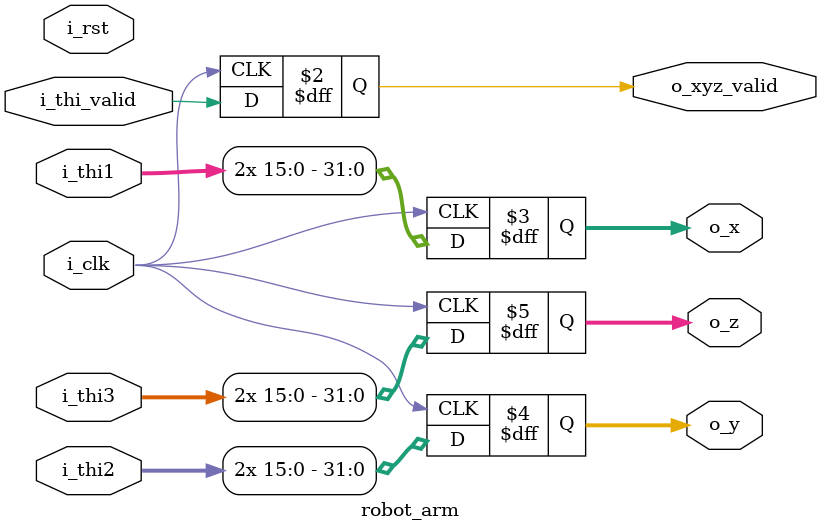
<source format=sv>
`timescale 1 ps / 1 ps

module robot_arm #(
    parameter DATA_WIDTH_IN = 16,
    parameter DATA_WIDTH_OUT = 32	
)(
    input i_clk,
    input i_rst,
    input i_thi_valid,
    input [DATA_WIDTH_IN-1:0] i_thi1,
    input [DATA_WIDTH_IN-1:0] i_thi2,
    input [DATA_WIDTH_IN-1:0] i_thi3,
    output logic         o_xyz_valid,
    output logic [DATA_WIDTH_OUT-1:0]  o_x,
    output logic [DATA_WIDTH_OUT-1:0]  o_y,
    output logic [DATA_WIDTH_OUT-1:0]  o_z
);
    
    localparam a1    = 20;
    localparam a2    = 10;
    localparam b     = 81920; // 5 but with bit shift
    always @(posedge i_clk) begin
        o_x <= {i_thi1,i_thi1};		// Just a dummy assignement. Replace with your code.
        o_y <= {i_thi2,i_thi2};		// Just a dummy assignement. Replace with your code.
        o_z <= {i_thi3,i_thi3};		// Just a dummy assignement. Replace with your code.
        o_xyz_valid <= i_thi_valid;		// Just a dummy assignement. Replace with your code.
    end

endmodule
</source>
